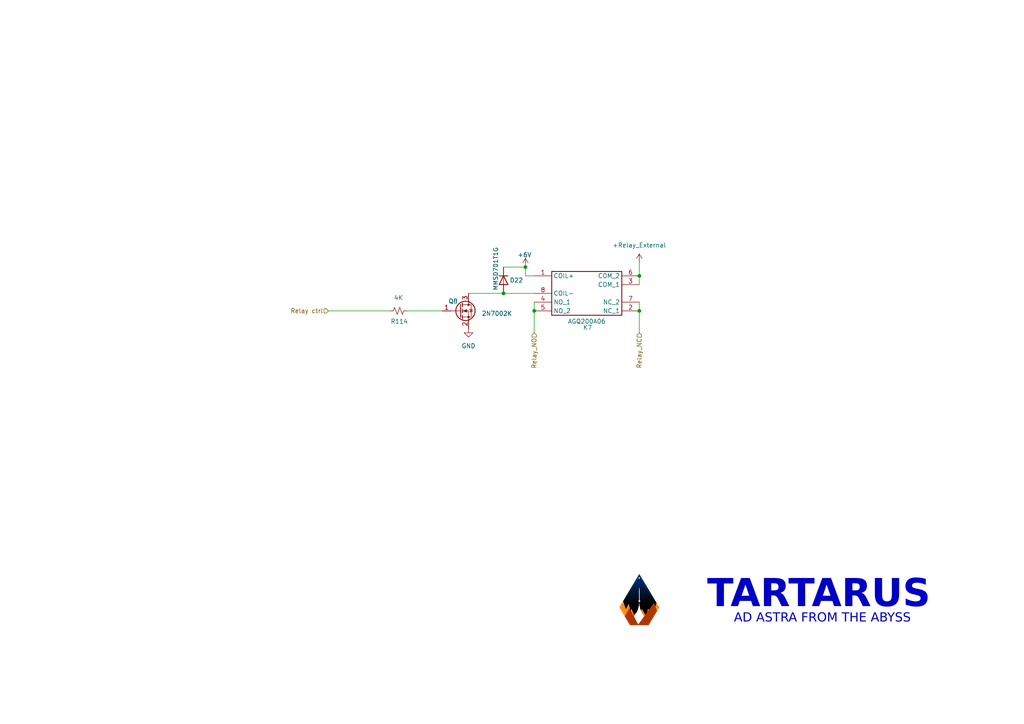
<source format=kicad_sch>
(kicad_sch (version 20250114) (generator "eeschema") (generator_version "9.0")
  (paper "A4")
  (lib_symbols
    (symbol "Cosmos Schematic Symbols_V2:AGQ200A12Z"
      (property "Reference" "K" (at 14.732 -7.366 0))
      (property "Value" "AGQ200A12Z" (at 10.16 -10.922 0))
      (symbol "AGQ200A12Z_1_1"
        (rectangle (start 5.08 2.54) (end 25.4 -10.16) (stroke (width 0.254)))
        (pin passive line (at 0 1.27 0) (length 5.08) (name "COIL+") (number "1"))
        (pin passive line (at 0 -3.81 0) (length 5.08) (name "COIL-") (number "8"))
        (pin passive line (at 0 -6.35 0) (length 5.08) (name "NO_1") (number "4"))
        (pin passive line (at 0 -8.89 0) (length 5.08) (name "NO_2") (number "5"))
        (pin passive line (at 30.48 1.27 180) (length 5.08) (name "COM_2") (number "6"))
        (pin passive line (at 30.48 -1.27 180) (length 5.08) (name "COM_1") (number "3"))
        (pin passive line (at 30.48 -6.35 180) (length 5.08) (name "NC_2") (number "7"))
        (pin passive line (at 30.48 -8.89 180) (length 5.08) (name "NC_1") (number "2"))
      )
    )
    (symbol "Device:D" (pin_numbers (hide yes)) (pin_names (offset 1.016) (hide yes))
      (property "Reference" "D" (at 0 2.54 0))
      (property "Value" "D" (at 0 -2.54 0))
      (symbol "D_0_1"
        (polyline (pts (xy -1.27 1.27) (xy -1.27 -1.27)) (stroke (width 0.254)))
        (polyline (pts (xy 1.27 1.27) (xy 1.27 -1.27) (xy -1.27 0) (xy 1.27 1.27)) (stroke (width 0.254)))
        (polyline (pts (xy 1.27 0) (xy -1.27 0)))
      )
      (symbol "D_1_1"
        (pin passive line (at -3.81 0 0) (length 2.54) (name "K") (number "1"))
        (pin passive line (at 3.81 0 180) (length 2.54) (name "A") (number "2"))
      )
    )
    (symbol "Device:R_Small_US" (pin_numbers (hide yes)) (pin_names (offset 0.254) (hide yes))
      (property "Reference" "R" (at 0.762 0.508 0))
      (property "Value" "R_Small_US" (at 0.762 -1.016 0))
      (symbol "R_Small_US_1_1"
        (polyline (pts (xy 0 1.524) (xy 1.016 1.143) (xy 0 0.762) (xy -1.016 0.381) (xy 0 0)))
        (polyline (pts (xy 0 0) (xy 1.016 -0.381) (xy 0 -0.762) (xy -1.016 -1.143) (xy 0 -1.524)))
        (pin passive line (at 0 2.54 270) (length 1.016) (name "~") (number "1"))
        (pin passive line (at 0 -2.54 90) (length 1.016) (name "~") (number "2"))
      )
    )
    (symbol "Transistor_FET:2N7002K" (pin_names (hide yes))
      (property "Reference" "Q" (at 5.08 1.905 0))
      (property "Value" "2N7002K" (at 5.08 0 0))
      (symbol "2N7002K_0_1"
        (polyline (pts (xy 0.254 1.905) (xy 0.254 -1.905)) (stroke (width 0.254)))
        (polyline (pts (xy 0.254 0) (xy -2.54 0)))
        (polyline (pts (xy 0.762 2.286) (xy 0.762 1.27)) (stroke (width 0.254)))
        (polyline (pts (xy 0.762 0.508) (xy 0.762 -0.508)) (stroke (width 0.254)))
        (polyline (pts (xy 0.762 -1.27) (xy 0.762 -2.286)) (stroke (width 0.254)))
        (polyline (pts (xy 0.762 -1.778) (xy 3.302 -1.778) (xy 3.302 1.778) (xy 0.762 1.778)))
        (polyline (pts (xy 1.016 0) (xy 2.032 0.381) (xy 2.032 -0.381) (xy 1.016 0)) (fill (type outline)))
        (circle (center 1.651 0) (radius 2.794) (stroke (width 0.254)))
        (polyline (pts (xy 2.54 2.54) (xy 2.54 1.778)))
        (circle (center 2.54 1.778) (radius 0.254) (fill (type outline)))
        (circle (center 2.54 -1.778) (radius 0.254) (fill (type outline)))
        (polyline (pts (xy 2.54 -2.54) (xy 2.54 0) (xy 0.762 0)))
        (polyline (pts (xy 2.794 0.508) (xy 2.921 0.381) (xy 3.683 0.381) (xy 3.81 0.254)))
        (polyline (pts (xy 3.302 0.381) (xy 2.921 -0.254) (xy 3.683 -0.254) (xy 3.302 0.381)))
      )
      (symbol "2N7002K_1_1"
        (pin input line (at -5.08 0 0) (length 2.54) (name "G") (number "1"))
        (pin passive line (at 2.54 5.08 270) (length 2.54) (name "D") (number "3"))
        (pin passive line (at 2.54 -5.08 90) (length 2.54) (name "S") (number "2"))
      )
    )
    (symbol "power:+12V" (power) (pin_numbers (hide yes)) (pin_names (offset 0) (hide yes))
      (property "Value" "+12V" (at 0 3.556 0))
      (symbol "+12V_0_1"
        (polyline (pts (xy -0.762 1.27) (xy 0 2.54)))
        (polyline (pts (xy 0 2.54) (xy 0.762 1.27)))
        (polyline (pts (xy 0 0) (xy 0 2.54)))
      )
      (symbol "+12V_1_1"
        (pin power_in line (at 0 0 90) (length 0) (name "~") (number "1"))
      )
    )
    (symbol "power:+5V" (power) (pin_numbers (hide yes)) (pin_names (offset 0) (hide yes))
      (property "Value" "+5V" (at 0 3.556 0))
      (symbol "+5V_0_1"
        (polyline (pts (xy -0.762 1.27) (xy 0 2.54)))
        (polyline (pts (xy 0 2.54) (xy 0.762 1.27)))
        (polyline (pts (xy 0 0) (xy 0 2.54)))
      )
      (symbol "+5V_1_1"
        (pin power_in line (at 0 0 90) (length 0) (name "~") (number "1"))
      )
    )
    (symbol "power:GND" (power) (pin_numbers (hide yes)) (pin_names (offset 0) (hide yes))
      (property "Value" "GND" (at 0 -3.81 0))
      (symbol "GND_0_1"
        (polyline (pts (xy 0 0) (xy 0 -1.27) (xy 1.27 -1.27) (xy 0 -2.54) (xy -1.27 -1.27) (xy 0 -1.27)))
      )
      (symbol "GND_1_1"
        (pin power_in line (at 0 0 270) (length 0) (name "~") (number "1"))
      )
    )
  )
  (text "TARTARUS" (at 237.49 174.752 0) (effects (font (size 8 8) (thickness 1.6) (bold yes))))
  (text "AD ASTRA FROM THE ABYSS" (at 238.506 180.086 0) (effects (font (size 2.6 2.6))))
  (junction (at 152.4 77.47))
  (junction (at 154.94 90.17))
  (junction (at 146.05 85.09))
  (junction (at 185.42 80.01))
  (junction (at 185.42 90.17))
  (wire (pts (xy 154.94 87.63) (xy 154.94 90.17)))
  (wire (pts (xy 154.94 90.17) (xy 154.94 96.52)))
  (wire (pts (xy 152.4 77.47) (xy 152.4 80.01)))
  (wire (pts (xy 152.4 77.47) (xy 146.05 77.47)))
  (wire (pts (xy 154.94 80.01) (xy 152.4 80.01)))
  (wire (pts (xy 146.05 85.09) (xy 154.94 85.09)))
  (wire (pts (xy 185.42 76.2) (xy 185.42 80.01)))
  (wire (pts (xy 185.42 90.17) (xy 185.42 96.52)))
  (wire (pts (xy 95.25 90.17) (xy 113.03 90.17)))
  (wire (pts (xy 185.42 80.01) (xy 185.42 82.55)))
  (wire (pts (xy 135.89 85.09) (xy 146.05 85.09)))
  (wire (pts (xy 185.42 87.63) (xy 185.42 90.17)))
  (wire (pts (xy 118.11 90.17) (xy 128.27 90.17)))
  (image (at 185.42 175.26) (scale 0.0421478))
  (hierarchical_label "Relay_NO" (shape input) (at 154.94 96.52 270))
  (hierarchical_label "Relay ctrl" (shape input) (at 95.25 90.17 180))
  (hierarchical_label "Relay_NC" (shape input) (at 185.42 96.52 270))
  (symbol (lib_id "Device:D") (at 146.05 81.28 270) (unit 1)
    (property "Reference" "D16" (at 147.828 81.28 90) (effects (justify left)))
    (property "Value" "MMSD701T1G" (at 143.764 71.628 0) (effects (justify left)))
    (property "Footprint" "Barrett_Footprints:MMSD701T1G" (effects (hide yes)))
    (property "Description" "Diode" (effects (hide yes)))
    (property "Sim.Device" "D" (effects (hide yes)))
    (property "Sim.Pins" "1=K 2=A" (effects (hide yes)))
    (instances (project "Tartarus Liquid Rocketry Control System" (path "" (reference "D22") (unit 1)) (path "" (reference "D19") (unit 1)) (path "" (reference "D21") (unit 1)) (path "" (reference "D23") (unit 1)) (path "" (reference "D16") (unit 1)) (path "" (reference "D18") (unit 1)) (path "" (reference "D20") (unit 1)) (path "" (reference "D17") (unit 1))))
  )
  (symbol (lib_id "Transistor_FET:2N7002K") (at 133.35 90.17 0) (unit 1)
    (property "Reference" "Q2" (at 130.048 87.376 0) (effects (justify left)))
    (property "Value" "2N7002K" (at 139.7 90.932 0) (effects (justify left)))
    (property "Footprint" "Barrett_Footprints:2N7002K_ONS" (effects (hide yes)))
    (property "Datasheet" "https://www.diodes.com/assets/Datasheets/ds30896.pdf" (effects (hide yes)))
    (property "Description" "0.38A Id, 60V Vds, N-Channel MOSFET, SOT-23" (effects (hide yes)))
    (instances (project "Tartarus Liquid Rocketry Control System" (path "" (reference "Q8") (unit 1)) (path "" (reference "Q5") (unit 1)) (path "" (reference "Q7") (unit 1)) (path "" (reference "Q9") (unit 1)) (path "" (reference "Q2") (unit 1)) (path "" (reference "Q4") (unit 1)) (path "" (reference "Q6") (unit 1)) (path "" (reference "Q3") (unit 1))))
  )
  (symbol (lib_id "power:+5V") (at 185.42 76.2 0) (unit 1)
    (property "Reference" "#PWR0174" (effects (hide yes)))
    (property "Value" "+Relay_External" (at 185.42 71.12 0))
    (property "Description" "Power symbol creates a global label with name \"+5V\"" (effects (hide yes)))
    (instances (project "Tartarus Liquid Rocketry Control System" (path "" (reference "#PWR0192") (unit 1)) (path "" (reference "#PWR0183") (unit 1)) (path "" (reference "#PWR0189") (unit 1)) (path "" (reference "#PWR0195") (unit 1)) (path "" (reference "#PWR0174") (unit 1)) (path "" (reference "#PWR0180") (unit 1)) (path "" (reference "#PWR0186") (unit 1)) (path "" (reference "#PWR0177") (unit 1))))
  )
  (symbol (lib_id "Cosmos Schematic Symbols_V2:AGQ200A12Z") (at 154.94 81.28 0) (unit 1)
    (property "Reference" "K1" (at 170.434 94.996 0))
    (property "Value" "AGQ200A06" (at 170.18 93.218 0))
    (property "Footprint" "Barrett_Footprints:RELAY_AGQ_A_PAN_AGQ200A06" (effects (hide yes)))
    (property "Datasheet" "https://media.digikey.com/pdf/Data%20Sheets/Panasonic%20Electric%20Works%20PDFs/AGQ_(GQ)_Relays.pdf" (effects (hide yes)))
    (property "Description" "Low Signal Relays - PCB 2 Form C, 12VDC 30VDC SMD 12V" (effects (hide yes)))
    (property "Height" "5.4" (effects (hide yes)))
    (property "Mouser Part Number" "769-AGQ200A12Z" (effects (hide yes)))
    (property "Mouser Price/Stock" "https://www.mouser.co.uk/ProductDetail/Panasonic-Industrial-Devices/AGQ200A12Z?qs=UO%2Fx91QLkSBZmYPL%2F6hBBg%3D%3D" (effects (hide yes)))
    (property "Manufacturer_Name" "Panasonic" (effects (hide yes)))
    (property "Manufacturer_Part_Number" "AGQ200A12Z" (effects (hide yes)))
    (instances (project "Tartarus Liquid Rocketry Control System" (path "" (reference "K7") (unit 1)) (path "" (reference "K4") (unit 1)) (path "" (reference "K6") (unit 1)) (path "" (reference "K8") (unit 1)) (path "" (reference "K1") (unit 1)) (path "" (reference "K3") (unit 1)) (path "" (reference "K5") (unit 1)) (path "" (reference "K2") (unit 1))))
  )
  (symbol (lib_id "power:GND") (at 135.89 95.25 0) (unit 1)
    (property "Reference" "#PWR0172" (effects (hide yes)))
    (property "Value" "GND" (at 135.89 100.33 0))
    (property "Description" "Power symbol creates a global label with name \"GND\" , ground" (effects (hide yes)))
    (instances (project "Tartarus Liquid Rocketry Control System" (path "" (reference "#PWR0190") (unit 1)) (path "" (reference "#PWR0181") (unit 1)) (path "" (reference "#PWR0187") (unit 1)) (path "" (reference "#PWR0193") (unit 1)) (path "" (reference "#PWR0172") (unit 1)) (path "" (reference "#PWR0178") (unit 1)) (path "" (reference "#PWR0184") (unit 1)) (path "" (reference "#PWR0175") (unit 1))))
  )
  (symbol (lib_id "Device:R_Small_US") (at 115.57 90.17 270) (unit 1)
    (property "Reference" "R108" (at 115.824 93.218 90))
    (property "Value" "4K" (at 115.57 86.36 90))
    (property "Footprint" "Resistor_SMD:R_0603_1608Metric" (effects (hide yes)))
    (property "Description" "Resistor, small US symbol" (effects (hide yes)))
    (instances (project "Tartarus Liquid Rocketry Control System" (path "" (reference "R114") (unit 1)) (path "" (reference "R111") (unit 1)) (path "" (reference "R113") (unit 1)) (path "" (reference "R115") (unit 1)) (path "" (reference "R108") (unit 1)) (path "" (reference "R110") (unit 1)) (path "" (reference "R112") (unit 1)) (path "" (reference "R109") (unit 1))))
  )
  (symbol (lib_id "power:+12V") (at 152.4 77.47 0) (unit 1)
    (property "Reference" "#PWR0173" (effects (hide yes)))
    (property "Value" "+6V" (at 152.146 73.914 0))
    (property "Description" "Power symbol creates a global label with name \"+12V\"" (effects (hide yes)))
    (instances (project "Tartarus Liquid Rocketry Control System" (path "" (reference "#PWR0191") (unit 1)) (path "" (reference "#PWR0182") (unit 1)) (path "" (reference "#PWR0188") (unit 1)) (path "" (reference "#PWR0194") (unit 1)) (path "" (reference "#PWR0173") (unit 1)) (path "" (reference "#PWR0179") (unit 1)) (path "" (reference "#PWR0185") (unit 1)) (path "" (reference "#PWR0176") (unit 1))))
  )
)
</source>
